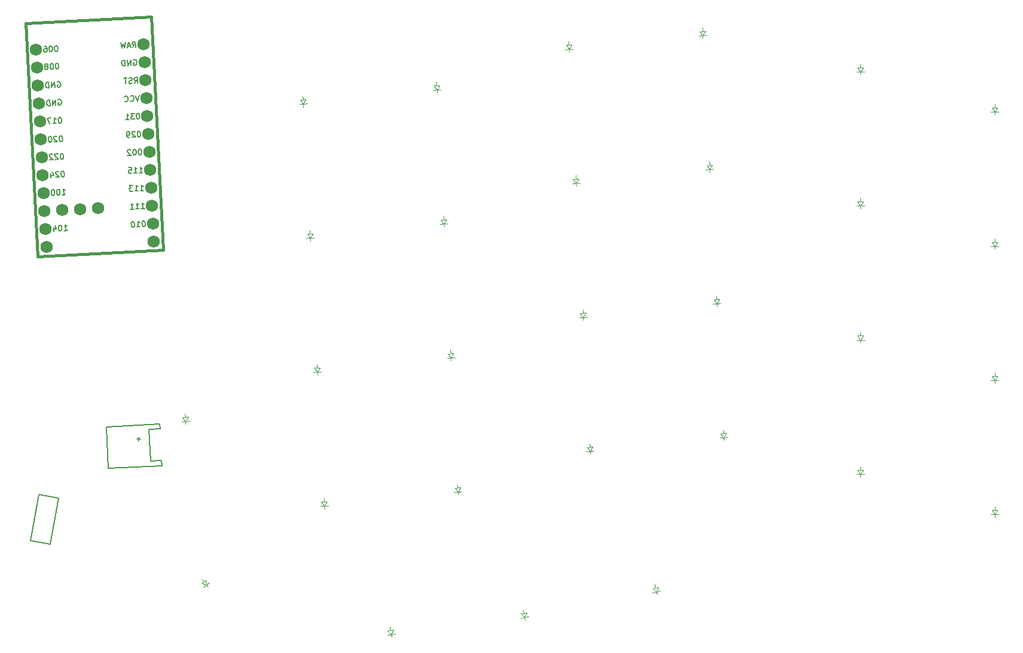
<source format=gbr>
%TF.GenerationSoftware,KiCad,Pcbnew,8.0.4*%
%TF.CreationDate,2024-09-16T15:21:11-06:00*%
%TF.ProjectId,right_board,72696768-745f-4626-9f61-72642e6b6963,v1.0.0*%
%TF.SameCoordinates,Original*%
%TF.FileFunction,Legend,Bot*%
%TF.FilePolarity,Positive*%
%FSLAX46Y46*%
G04 Gerber Fmt 4.6, Leading zero omitted, Abs format (unit mm)*
G04 Created by KiCad (PCBNEW 8.0.4) date 2024-09-16 15:21:11*
%MOMM*%
%LPD*%
G01*
G04 APERTURE LIST*
%ADD10C,0.150000*%
%ADD11C,0.100000*%
%ADD12C,0.381000*%
%ADD13C,1.752600*%
G04 APERTURE END LIST*
D10*
X148157088Y-119984339D02*
X148231181Y-119942308D01*
X148231181Y-119942308D02*
X148345310Y-119936327D01*
X148345310Y-119936327D02*
X148461433Y-119968389D01*
X148461433Y-119968389D02*
X148541506Y-120040487D01*
X148541506Y-120040487D02*
X148583537Y-120114580D01*
X148583537Y-120114580D02*
X148629555Y-120264758D01*
X148629555Y-120264758D02*
X148635536Y-120378887D01*
X148635536Y-120378887D02*
X148605468Y-120533053D01*
X148605468Y-120533053D02*
X148571412Y-120611133D01*
X148571412Y-120611133D02*
X148499314Y-120691206D01*
X148499314Y-120691206D02*
X148387179Y-120735230D01*
X148387179Y-120735230D02*
X148311093Y-120739218D01*
X148311093Y-120739218D02*
X148194970Y-120707156D01*
X148194970Y-120707156D02*
X148154933Y-120671107D01*
X148154933Y-120671107D02*
X148140977Y-120404806D01*
X148140977Y-120404806D02*
X148293149Y-120396831D01*
X147816533Y-120765137D02*
X147774664Y-119966233D01*
X147774664Y-119966233D02*
X147360017Y-120789062D01*
X147360017Y-120789062D02*
X147318148Y-119990158D01*
X146979587Y-120808999D02*
X146937718Y-120010096D01*
X146937718Y-120010096D02*
X146747503Y-120020064D01*
X146747503Y-120020064D02*
X146635367Y-120064089D01*
X146635367Y-120064089D02*
X146563269Y-120144162D01*
X146563269Y-120144162D02*
X146529213Y-120222242D01*
X146529213Y-120222242D02*
X146499145Y-120376408D01*
X146499145Y-120376408D02*
X146505127Y-120490537D01*
X146505127Y-120490537D02*
X146551145Y-120640715D01*
X146551145Y-120640715D02*
X146593175Y-120714808D01*
X146593175Y-120714808D02*
X146673249Y-120786906D01*
X146673249Y-120786906D02*
X146789372Y-120818968D01*
X146789372Y-120818968D02*
X146979587Y-120808999D01*
X148975326Y-138508808D02*
X149431842Y-138484883D01*
X149203584Y-138496845D02*
X149161715Y-137697942D01*
X149161715Y-137697942D02*
X149243783Y-137808083D01*
X149243783Y-137808083D02*
X149323856Y-137880182D01*
X149323856Y-137880182D02*
X149401936Y-137914237D01*
X148438897Y-137735823D02*
X148362811Y-137739810D01*
X148362811Y-137739810D02*
X148288719Y-137781841D01*
X148288719Y-137781841D02*
X148252670Y-137821878D01*
X148252670Y-137821878D02*
X148218614Y-137899957D01*
X148218614Y-137899957D02*
X148188546Y-138054123D01*
X148188546Y-138054123D02*
X148198515Y-138244339D01*
X148198515Y-138244339D02*
X148244533Y-138394517D01*
X148244533Y-138394517D02*
X148286564Y-138468609D01*
X148286564Y-138468609D02*
X148326600Y-138504658D01*
X148326600Y-138504658D02*
X148404680Y-138538714D01*
X148404680Y-138538714D02*
X148480766Y-138534726D01*
X148480766Y-138534726D02*
X148554859Y-138492696D01*
X148554859Y-138492696D02*
X148590908Y-138452659D01*
X148590908Y-138452659D02*
X148624963Y-138374579D01*
X148624963Y-138374579D02*
X148655031Y-138220414D01*
X148655031Y-138220414D02*
X148645063Y-138030198D01*
X148645063Y-138030198D02*
X148599045Y-137880020D01*
X148599045Y-137880020D02*
X148557014Y-137805928D01*
X148557014Y-137805928D02*
X148516977Y-137769878D01*
X148516977Y-137769878D02*
X148438897Y-137735823D01*
X147501778Y-138051968D02*
X147529690Y-138584570D01*
X147676043Y-137737655D02*
X147896164Y-138298332D01*
X147896164Y-138298332D02*
X147401605Y-138324250D01*
X148538754Y-125083257D02*
X148462668Y-125087244D01*
X148462668Y-125087244D02*
X148388576Y-125129275D01*
X148388576Y-125129275D02*
X148352527Y-125169312D01*
X148352527Y-125169312D02*
X148318471Y-125247391D01*
X148318471Y-125247391D02*
X148288403Y-125401557D01*
X148288403Y-125401557D02*
X148298372Y-125591772D01*
X148298372Y-125591772D02*
X148344390Y-125741951D01*
X148344390Y-125741951D02*
X148386420Y-125816043D01*
X148386420Y-125816043D02*
X148426457Y-125852092D01*
X148426457Y-125852092D02*
X148504537Y-125886148D01*
X148504537Y-125886148D02*
X148580623Y-125882160D01*
X148580623Y-125882160D02*
X148654715Y-125840130D01*
X148654715Y-125840130D02*
X148690765Y-125800093D01*
X148690765Y-125800093D02*
X148724820Y-125722013D01*
X148724820Y-125722013D02*
X148754888Y-125567847D01*
X148754888Y-125567847D02*
X148744919Y-125377632D01*
X148744919Y-125377632D02*
X148698901Y-125227454D01*
X148698901Y-125227454D02*
X148656871Y-125153362D01*
X148656871Y-125153362D02*
X148616834Y-125117312D01*
X148616834Y-125117312D02*
X148538754Y-125083257D01*
X147972096Y-125189249D02*
X147932059Y-125153200D01*
X147932059Y-125153200D02*
X147853980Y-125119144D01*
X147853980Y-125119144D02*
X147663764Y-125129113D01*
X147663764Y-125129113D02*
X147589672Y-125171144D01*
X147589672Y-125171144D02*
X147553623Y-125211180D01*
X147553623Y-125211180D02*
X147519567Y-125289260D01*
X147519567Y-125289260D02*
X147523555Y-125365346D01*
X147523555Y-125365346D02*
X147567579Y-125477482D01*
X147567579Y-125477482D02*
X148048020Y-125910073D01*
X148048020Y-125910073D02*
X147553461Y-125935992D01*
X147017033Y-125163007D02*
X146940947Y-125166994D01*
X146940947Y-125166994D02*
X146866854Y-125209025D01*
X146866854Y-125209025D02*
X146830805Y-125249062D01*
X146830805Y-125249062D02*
X146796749Y-125327142D01*
X146796749Y-125327142D02*
X146766681Y-125481307D01*
X146766681Y-125481307D02*
X146776650Y-125671523D01*
X146776650Y-125671523D02*
X146822668Y-125821701D01*
X146822668Y-125821701D02*
X146864699Y-125895793D01*
X146864699Y-125895793D02*
X146904736Y-125931842D01*
X146904736Y-125931842D02*
X146982815Y-125965898D01*
X146982815Y-125965898D02*
X147058901Y-125961911D01*
X147058901Y-125961911D02*
X147132994Y-125919880D01*
X147132994Y-125919880D02*
X147169043Y-125879843D01*
X147169043Y-125879843D02*
X147203098Y-125801763D01*
X147203098Y-125801763D02*
X147233167Y-125647598D01*
X147233167Y-125647598D02*
X147223198Y-125457382D01*
X147223198Y-125457382D02*
X147177180Y-125307204D01*
X147177180Y-125307204D02*
X147135149Y-125233112D01*
X147135149Y-125233112D02*
X147095112Y-125197062D01*
X147095112Y-125197062D02*
X147017033Y-125163007D01*
X148800958Y-130086391D02*
X148724872Y-130090378D01*
X148724872Y-130090378D02*
X148650780Y-130132409D01*
X148650780Y-130132409D02*
X148614731Y-130172446D01*
X148614731Y-130172446D02*
X148580675Y-130250525D01*
X148580675Y-130250525D02*
X148550607Y-130404691D01*
X148550607Y-130404691D02*
X148560576Y-130594906D01*
X148560576Y-130594906D02*
X148606594Y-130745085D01*
X148606594Y-130745085D02*
X148648624Y-130819177D01*
X148648624Y-130819177D02*
X148688661Y-130855226D01*
X148688661Y-130855226D02*
X148766741Y-130889282D01*
X148766741Y-130889282D02*
X148842827Y-130885294D01*
X148842827Y-130885294D02*
X148916919Y-130843264D01*
X148916919Y-130843264D02*
X148952969Y-130803227D01*
X148952969Y-130803227D02*
X148987024Y-130725147D01*
X148987024Y-130725147D02*
X149017092Y-130570981D01*
X149017092Y-130570981D02*
X149007123Y-130380766D01*
X149007123Y-130380766D02*
X148961105Y-130230588D01*
X148961105Y-130230588D02*
X148919075Y-130156496D01*
X148919075Y-130156496D02*
X148879038Y-130120446D01*
X148879038Y-130120446D02*
X148800958Y-130086391D01*
X148234300Y-130192383D02*
X148194263Y-130156334D01*
X148194263Y-130156334D02*
X148116184Y-130122278D01*
X148116184Y-130122278D02*
X147925968Y-130132247D01*
X147925968Y-130132247D02*
X147851876Y-130174278D01*
X147851876Y-130174278D02*
X147815827Y-130214314D01*
X147815827Y-130214314D02*
X147781771Y-130292394D01*
X147781771Y-130292394D02*
X147785759Y-130368480D01*
X147785759Y-130368480D02*
X147829783Y-130480616D01*
X147829783Y-130480616D02*
X148310224Y-130913207D01*
X148310224Y-130913207D02*
X147815665Y-130939126D01*
X147102978Y-130442411D02*
X147130890Y-130975013D01*
X147277243Y-130128098D02*
X147497364Y-130688775D01*
X147497364Y-130688775D02*
X147002805Y-130714693D01*
X159727228Y-126970283D02*
X159651142Y-126974270D01*
X159651142Y-126974270D02*
X159577050Y-127016301D01*
X159577050Y-127016301D02*
X159541001Y-127056338D01*
X159541001Y-127056338D02*
X159506945Y-127134417D01*
X159506945Y-127134417D02*
X159476877Y-127288583D01*
X159476877Y-127288583D02*
X159486846Y-127478798D01*
X159486846Y-127478798D02*
X159532864Y-127628977D01*
X159532864Y-127628977D02*
X159574894Y-127703069D01*
X159574894Y-127703069D02*
X159614931Y-127739118D01*
X159614931Y-127739118D02*
X159693011Y-127773174D01*
X159693011Y-127773174D02*
X159769097Y-127769186D01*
X159769097Y-127769186D02*
X159843189Y-127727156D01*
X159843189Y-127727156D02*
X159879239Y-127687119D01*
X159879239Y-127687119D02*
X159913294Y-127609039D01*
X159913294Y-127609039D02*
X159943362Y-127454873D01*
X159943362Y-127454873D02*
X159933393Y-127264658D01*
X159933393Y-127264658D02*
X159887375Y-127114480D01*
X159887375Y-127114480D02*
X159845345Y-127040388D01*
X159845345Y-127040388D02*
X159805308Y-127004338D01*
X159805308Y-127004338D02*
X159727228Y-126970283D01*
X158966367Y-127010158D02*
X158890281Y-127014145D01*
X158890281Y-127014145D02*
X158816189Y-127056176D01*
X158816189Y-127056176D02*
X158780140Y-127096213D01*
X158780140Y-127096213D02*
X158746084Y-127174292D01*
X158746084Y-127174292D02*
X158716016Y-127328458D01*
X158716016Y-127328458D02*
X158725985Y-127518674D01*
X158725985Y-127518674D02*
X158772003Y-127668852D01*
X158772003Y-127668852D02*
X158814034Y-127742944D01*
X158814034Y-127742944D02*
X158854070Y-127778993D01*
X158854070Y-127778993D02*
X158932150Y-127813049D01*
X158932150Y-127813049D02*
X159008236Y-127809061D01*
X159008236Y-127809061D02*
X159082329Y-127767031D01*
X159082329Y-127767031D02*
X159118378Y-127726994D01*
X159118378Y-127726994D02*
X159152433Y-127648914D01*
X159152433Y-127648914D02*
X159182501Y-127494749D01*
X159182501Y-127494749D02*
X159172533Y-127304533D01*
X159172533Y-127304533D02*
X159126515Y-127154355D01*
X159126515Y-127154355D02*
X159084484Y-127080263D01*
X159084484Y-127080263D02*
X159044447Y-127044213D01*
X159044447Y-127044213D02*
X158966367Y-127010158D01*
X158399709Y-127116150D02*
X158359672Y-127080101D01*
X158359672Y-127080101D02*
X158281593Y-127046045D01*
X158281593Y-127046045D02*
X158091378Y-127056014D01*
X158091378Y-127056014D02*
X158017285Y-127098045D01*
X158017285Y-127098045D02*
X157981236Y-127138081D01*
X157981236Y-127138081D02*
X157947180Y-127216161D01*
X157947180Y-127216161D02*
X157951168Y-127292247D01*
X157951168Y-127292247D02*
X157995192Y-127404383D01*
X157995192Y-127404383D02*
X158475634Y-127836974D01*
X158475634Y-127836974D02*
X157981074Y-127862893D01*
X159594295Y-124433764D02*
X159518209Y-124437751D01*
X159518209Y-124437751D02*
X159444117Y-124479782D01*
X159444117Y-124479782D02*
X159408068Y-124519819D01*
X159408068Y-124519819D02*
X159374012Y-124597898D01*
X159374012Y-124597898D02*
X159343944Y-124752064D01*
X159343944Y-124752064D02*
X159353913Y-124942279D01*
X159353913Y-124942279D02*
X159399931Y-125092458D01*
X159399931Y-125092458D02*
X159441961Y-125166550D01*
X159441961Y-125166550D02*
X159481998Y-125202599D01*
X159481998Y-125202599D02*
X159560078Y-125236655D01*
X159560078Y-125236655D02*
X159636164Y-125232667D01*
X159636164Y-125232667D02*
X159710256Y-125190637D01*
X159710256Y-125190637D02*
X159746306Y-125150600D01*
X159746306Y-125150600D02*
X159780361Y-125072520D01*
X159780361Y-125072520D02*
X159810429Y-124918354D01*
X159810429Y-124918354D02*
X159800460Y-124728139D01*
X159800460Y-124728139D02*
X159754442Y-124577961D01*
X159754442Y-124577961D02*
X159712412Y-124503869D01*
X159712412Y-124503869D02*
X159672375Y-124467819D01*
X159672375Y-124467819D02*
X159594295Y-124433764D01*
X159027637Y-124539756D02*
X158987600Y-124503707D01*
X158987600Y-124503707D02*
X158909521Y-124469651D01*
X158909521Y-124469651D02*
X158719305Y-124479620D01*
X158719305Y-124479620D02*
X158645213Y-124521651D01*
X158645213Y-124521651D02*
X158609164Y-124561687D01*
X158609164Y-124561687D02*
X158575108Y-124639767D01*
X158575108Y-124639767D02*
X158579096Y-124715853D01*
X158579096Y-124715853D02*
X158623120Y-124827989D01*
X158623120Y-124827989D02*
X159103561Y-125260580D01*
X159103561Y-125260580D02*
X158609002Y-125286499D01*
X158228571Y-125306436D02*
X158076399Y-125314411D01*
X158076399Y-125314411D02*
X157998320Y-125280356D01*
X157998320Y-125280356D02*
X157958283Y-125244306D01*
X157958283Y-125244306D02*
X157876215Y-125134165D01*
X157876215Y-125134165D02*
X157830197Y-124983987D01*
X157830197Y-124983987D02*
X157814247Y-124679642D01*
X157814247Y-124679642D02*
X157848303Y-124601562D01*
X157848303Y-124601562D02*
X157884352Y-124561526D01*
X157884352Y-124561526D02*
X157958445Y-124519495D01*
X157958445Y-124519495D02*
X158110617Y-124511520D01*
X158110617Y-124511520D02*
X158188696Y-124545576D01*
X158188696Y-124545576D02*
X158228733Y-124581625D01*
X158228733Y-124581625D02*
X158270764Y-124655717D01*
X158270764Y-124655717D02*
X158280733Y-124845932D01*
X158280733Y-124845932D02*
X158246677Y-124924012D01*
X158246677Y-124924012D02*
X158210628Y-124964049D01*
X158210628Y-124964049D02*
X158136535Y-125006080D01*
X158136535Y-125006080D02*
X157984363Y-125014055D01*
X157984363Y-125014055D02*
X157906283Y-124979999D01*
X157906283Y-124979999D02*
X157866247Y-124943950D01*
X157866247Y-124943950D02*
X157824216Y-124869857D01*
X148709459Y-133435770D02*
X149165975Y-133411845D01*
X148937717Y-133423807D02*
X148895848Y-132624904D01*
X148895848Y-132624904D02*
X148977916Y-132735045D01*
X148977916Y-132735045D02*
X149057989Y-132807144D01*
X149057989Y-132807144D02*
X149136069Y-132841199D01*
X148173030Y-132662785D02*
X148096944Y-132666772D01*
X148096944Y-132666772D02*
X148022852Y-132708803D01*
X148022852Y-132708803D02*
X147986803Y-132748840D01*
X147986803Y-132748840D02*
X147952747Y-132826919D01*
X147952747Y-132826919D02*
X147922679Y-132981085D01*
X147922679Y-132981085D02*
X147932648Y-133171301D01*
X147932648Y-133171301D02*
X147978666Y-133321479D01*
X147978666Y-133321479D02*
X148020697Y-133395571D01*
X148020697Y-133395571D02*
X148060733Y-133431620D01*
X148060733Y-133431620D02*
X148138813Y-133465676D01*
X148138813Y-133465676D02*
X148214899Y-133461688D01*
X148214899Y-133461688D02*
X148288992Y-133419658D01*
X148288992Y-133419658D02*
X148325041Y-133379621D01*
X148325041Y-133379621D02*
X148359096Y-133301541D01*
X148359096Y-133301541D02*
X148389164Y-133147376D01*
X148389164Y-133147376D02*
X148379196Y-132957160D01*
X148379196Y-132957160D02*
X148333178Y-132806982D01*
X148333178Y-132806982D02*
X148291147Y-132732890D01*
X148291147Y-132732890D02*
X148251110Y-132696840D01*
X148251110Y-132696840D02*
X148173030Y-132662785D01*
X147412170Y-132702660D02*
X147336084Y-132706647D01*
X147336084Y-132706647D02*
X147261991Y-132748678D01*
X147261991Y-132748678D02*
X147225942Y-132788715D01*
X147225942Y-132788715D02*
X147191886Y-132866795D01*
X147191886Y-132866795D02*
X147161818Y-133020960D01*
X147161818Y-133020960D02*
X147171787Y-133211176D01*
X147171787Y-133211176D02*
X147217805Y-133361354D01*
X147217805Y-133361354D02*
X147259836Y-133435446D01*
X147259836Y-133435446D02*
X147299873Y-133471495D01*
X147299873Y-133471495D02*
X147377952Y-133505551D01*
X147377952Y-133505551D02*
X147454038Y-133501564D01*
X147454038Y-133501564D02*
X147528131Y-133459533D01*
X147528131Y-133459533D02*
X147564180Y-133419496D01*
X147564180Y-133419496D02*
X147598235Y-133341416D01*
X147598235Y-133341416D02*
X147628304Y-133187251D01*
X147628304Y-133187251D02*
X147618335Y-132997035D01*
X147618335Y-132997035D02*
X147572317Y-132846857D01*
X147572317Y-132846857D02*
X147530286Y-132772765D01*
X147530286Y-132772765D02*
X147490249Y-132736715D01*
X147490249Y-132736715D02*
X147412170Y-132702660D01*
X158660829Y-112566354D02*
X158907192Y-112171967D01*
X159117345Y-112542429D02*
X159075476Y-111743525D01*
X159075476Y-111743525D02*
X158771132Y-111759475D01*
X158771132Y-111759475D02*
X158697040Y-111801506D01*
X158697040Y-111801506D02*
X158660990Y-111841543D01*
X158660990Y-111841543D02*
X158626935Y-111919622D01*
X158626935Y-111919622D02*
X158632916Y-112033751D01*
X158632916Y-112033751D02*
X158674947Y-112107844D01*
X158674947Y-112107844D02*
X158714983Y-112143893D01*
X158714983Y-112143893D02*
X158793063Y-112177949D01*
X158793063Y-112177949D02*
X159097407Y-112161999D01*
X158344522Y-112354046D02*
X157964091Y-112373983D01*
X158432570Y-112578316D02*
X158124400Y-111793369D01*
X158124400Y-111793369D02*
X157899968Y-112606229D01*
X157667884Y-111817294D02*
X157519538Y-112626166D01*
X157519538Y-112626166D02*
X157337460Y-112063496D01*
X157337460Y-112063496D02*
X157215194Y-112642116D01*
X157215194Y-112642116D02*
X156983110Y-111853181D01*
X147870424Y-112330758D02*
X147794338Y-112334745D01*
X147794338Y-112334745D02*
X147720246Y-112376776D01*
X147720246Y-112376776D02*
X147684197Y-112416813D01*
X147684197Y-112416813D02*
X147650141Y-112494892D01*
X147650141Y-112494892D02*
X147620073Y-112649058D01*
X147620073Y-112649058D02*
X147630042Y-112839273D01*
X147630042Y-112839273D02*
X147676060Y-112989452D01*
X147676060Y-112989452D02*
X147718090Y-113063544D01*
X147718090Y-113063544D02*
X147758127Y-113099593D01*
X147758127Y-113099593D02*
X147836207Y-113133649D01*
X147836207Y-113133649D02*
X147912293Y-113129661D01*
X147912293Y-113129661D02*
X147986385Y-113087631D01*
X147986385Y-113087631D02*
X148022435Y-113047594D01*
X148022435Y-113047594D02*
X148056490Y-112969514D01*
X148056490Y-112969514D02*
X148086558Y-112815348D01*
X148086558Y-112815348D02*
X148076589Y-112625133D01*
X148076589Y-112625133D02*
X148030571Y-112474955D01*
X148030571Y-112474955D02*
X147988541Y-112400863D01*
X147988541Y-112400863D02*
X147948504Y-112364813D01*
X147948504Y-112364813D02*
X147870424Y-112330758D01*
X147109563Y-112370633D02*
X147033477Y-112374620D01*
X147033477Y-112374620D02*
X146959385Y-112416651D01*
X146959385Y-112416651D02*
X146923336Y-112456688D01*
X146923336Y-112456688D02*
X146889280Y-112534767D01*
X146889280Y-112534767D02*
X146859212Y-112688933D01*
X146859212Y-112688933D02*
X146869181Y-112879149D01*
X146869181Y-112879149D02*
X146915199Y-113029327D01*
X146915199Y-113029327D02*
X146957230Y-113103419D01*
X146957230Y-113103419D02*
X146997266Y-113139468D01*
X146997266Y-113139468D02*
X147075346Y-113173524D01*
X147075346Y-113173524D02*
X147151432Y-113169536D01*
X147151432Y-113169536D02*
X147225525Y-113127506D01*
X147225525Y-113127506D02*
X147261574Y-113087469D01*
X147261574Y-113087469D02*
X147295629Y-113009389D01*
X147295629Y-113009389D02*
X147325697Y-112855224D01*
X147325697Y-112855224D02*
X147315729Y-112665008D01*
X147315729Y-112665008D02*
X147269711Y-112514830D01*
X147269711Y-112514830D02*
X147227680Y-112440738D01*
X147227680Y-112440738D02*
X147187643Y-112404688D01*
X147187643Y-112404688D02*
X147109563Y-112370633D01*
X146158487Y-112420477D02*
X146310660Y-112412502D01*
X146310660Y-112412502D02*
X146388739Y-112446557D01*
X146388739Y-112446557D02*
X146428776Y-112482606D01*
X146428776Y-112482606D02*
X146510843Y-112592748D01*
X146510843Y-112592748D02*
X146556862Y-112742926D01*
X146556862Y-112742926D02*
X146572812Y-113047271D01*
X146572812Y-113047271D02*
X146538756Y-113125350D01*
X146538756Y-113125350D02*
X146502707Y-113165387D01*
X146502707Y-113165387D02*
X146428614Y-113207418D01*
X146428614Y-113207418D02*
X146276442Y-113215393D01*
X146276442Y-113215393D02*
X146198362Y-113181337D01*
X146198362Y-113181337D02*
X146158326Y-113145288D01*
X146158326Y-113145288D02*
X146116295Y-113071196D01*
X146116295Y-113071196D02*
X146106326Y-112880981D01*
X146106326Y-112880981D02*
X146140382Y-112802901D01*
X146140382Y-112802901D02*
X146176431Y-112762864D01*
X146176431Y-112762864D02*
X146250524Y-112720833D01*
X146250524Y-112720833D02*
X146402696Y-112712858D01*
X146402696Y-112712858D02*
X146480775Y-112746914D01*
X146480775Y-112746914D02*
X146520812Y-112782963D01*
X146520812Y-112782963D02*
X146562843Y-112857055D01*
X158791929Y-114340019D02*
X158866022Y-114297988D01*
X158866022Y-114297988D02*
X158980151Y-114292007D01*
X158980151Y-114292007D02*
X159096274Y-114324069D01*
X159096274Y-114324069D02*
X159176347Y-114396167D01*
X159176347Y-114396167D02*
X159218378Y-114470260D01*
X159218378Y-114470260D02*
X159264396Y-114620438D01*
X159264396Y-114620438D02*
X159270377Y-114734567D01*
X159270377Y-114734567D02*
X159240309Y-114888733D01*
X159240309Y-114888733D02*
X159206253Y-114966813D01*
X159206253Y-114966813D02*
X159134155Y-115046886D01*
X159134155Y-115046886D02*
X159022020Y-115090910D01*
X159022020Y-115090910D02*
X158945934Y-115094898D01*
X158945934Y-115094898D02*
X158829811Y-115062836D01*
X158829811Y-115062836D02*
X158789774Y-115026787D01*
X158789774Y-115026787D02*
X158775818Y-114760486D01*
X158775818Y-114760486D02*
X158927990Y-114752511D01*
X158451374Y-115120817D02*
X158409505Y-114321913D01*
X158409505Y-114321913D02*
X157994858Y-115144742D01*
X157994858Y-115144742D02*
X157952989Y-114345838D01*
X157614428Y-115164679D02*
X157572559Y-114365776D01*
X157572559Y-114365776D02*
X157382344Y-114375744D01*
X157382344Y-114375744D02*
X157270208Y-114419769D01*
X157270208Y-114419769D02*
X157198110Y-114499842D01*
X157198110Y-114499842D02*
X157164054Y-114577922D01*
X157164054Y-114577922D02*
X157133986Y-114732088D01*
X157133986Y-114732088D02*
X157139968Y-114846217D01*
X157139968Y-114846217D02*
X157185986Y-114996395D01*
X157185986Y-114996395D02*
X157228016Y-115070488D01*
X157228016Y-115070488D02*
X157308090Y-115142586D01*
X157308090Y-115142586D02*
X157424213Y-115174648D01*
X157424213Y-115174648D02*
X157614428Y-115164679D01*
X159768663Y-132856181D02*
X160225179Y-132832256D01*
X159996921Y-132844218D02*
X159955052Y-132045315D01*
X159955052Y-132045315D02*
X160037120Y-132155456D01*
X160037120Y-132155456D02*
X160117193Y-132227555D01*
X160117193Y-132227555D02*
X160195273Y-132261610D01*
X159007802Y-132896056D02*
X159464318Y-132872131D01*
X159236060Y-132884093D02*
X159194191Y-132085190D01*
X159194191Y-132085190D02*
X159276259Y-132195331D01*
X159276259Y-132195331D02*
X159356332Y-132267430D01*
X159356332Y-132267430D02*
X159434412Y-132301485D01*
X158699632Y-132111108D02*
X158205072Y-132137027D01*
X158205072Y-132137027D02*
X158487324Y-132427415D01*
X158487324Y-132427415D02*
X158373195Y-132433396D01*
X158373195Y-132433396D02*
X158299102Y-132475427D01*
X158299102Y-132475427D02*
X158263053Y-132515464D01*
X158263053Y-132515464D02*
X158228997Y-132593544D01*
X158228997Y-132593544D02*
X158238966Y-132783759D01*
X158238966Y-132783759D02*
X158280997Y-132857851D01*
X158280997Y-132857851D02*
X158321033Y-132893900D01*
X158321033Y-132893900D02*
X158399113Y-132927956D01*
X158399113Y-132927956D02*
X158627371Y-132915993D01*
X158627371Y-132915993D02*
X158701464Y-132873963D01*
X158701464Y-132873963D02*
X158737513Y-132833926D01*
X159461361Y-121897245D02*
X159385275Y-121901232D01*
X159385275Y-121901232D02*
X159311183Y-121943263D01*
X159311183Y-121943263D02*
X159275134Y-121983300D01*
X159275134Y-121983300D02*
X159241078Y-122061379D01*
X159241078Y-122061379D02*
X159211010Y-122215545D01*
X159211010Y-122215545D02*
X159220979Y-122405760D01*
X159220979Y-122405760D02*
X159266997Y-122555939D01*
X159266997Y-122555939D02*
X159309027Y-122630031D01*
X159309027Y-122630031D02*
X159349064Y-122666080D01*
X159349064Y-122666080D02*
X159427144Y-122700136D01*
X159427144Y-122700136D02*
X159503230Y-122696148D01*
X159503230Y-122696148D02*
X159577322Y-122654118D01*
X159577322Y-122654118D02*
X159613372Y-122614081D01*
X159613372Y-122614081D02*
X159647427Y-122536001D01*
X159647427Y-122536001D02*
X159677495Y-122381835D01*
X159677495Y-122381835D02*
X159667526Y-122191620D01*
X159667526Y-122191620D02*
X159621508Y-122041442D01*
X159621508Y-122041442D02*
X159579478Y-121967350D01*
X159579478Y-121967350D02*
X159539441Y-121931300D01*
X159539441Y-121931300D02*
X159461361Y-121897245D01*
X158928759Y-121925157D02*
X158434199Y-121951076D01*
X158434199Y-121951076D02*
X158716450Y-122241464D01*
X158716450Y-122241464D02*
X158602321Y-122247445D01*
X158602321Y-122247445D02*
X158528229Y-122289476D01*
X158528229Y-122289476D02*
X158492180Y-122329513D01*
X158492180Y-122329513D02*
X158458124Y-122407592D01*
X158458124Y-122407592D02*
X158468093Y-122597808D01*
X158468093Y-122597808D02*
X158510124Y-122671900D01*
X158510124Y-122671900D02*
X158550160Y-122707949D01*
X158550160Y-122707949D02*
X158628240Y-122742005D01*
X158628240Y-122742005D02*
X158856498Y-122730042D01*
X158856498Y-122730042D02*
X158930591Y-122688012D01*
X158930591Y-122688012D02*
X158966640Y-122647975D01*
X157715207Y-122789855D02*
X158171724Y-122765930D01*
X157943465Y-122777892D02*
X157901597Y-121978989D01*
X157901597Y-121978989D02*
X157983664Y-122089130D01*
X157983664Y-122089130D02*
X158063737Y-122161229D01*
X158063737Y-122161229D02*
X158141817Y-122195284D01*
X147999694Y-114797372D02*
X147923608Y-114801359D01*
X147923608Y-114801359D02*
X147849516Y-114843390D01*
X147849516Y-114843390D02*
X147813467Y-114883427D01*
X147813467Y-114883427D02*
X147779411Y-114961506D01*
X147779411Y-114961506D02*
X147749343Y-115115672D01*
X147749343Y-115115672D02*
X147759312Y-115305887D01*
X147759312Y-115305887D02*
X147805330Y-115456066D01*
X147805330Y-115456066D02*
X147847360Y-115530158D01*
X147847360Y-115530158D02*
X147887397Y-115566207D01*
X147887397Y-115566207D02*
X147965477Y-115600263D01*
X147965477Y-115600263D02*
X148041563Y-115596275D01*
X148041563Y-115596275D02*
X148115655Y-115554245D01*
X148115655Y-115554245D02*
X148151705Y-115514208D01*
X148151705Y-115514208D02*
X148185760Y-115436128D01*
X148185760Y-115436128D02*
X148215828Y-115281962D01*
X148215828Y-115281962D02*
X148205859Y-115091747D01*
X148205859Y-115091747D02*
X148159841Y-114941569D01*
X148159841Y-114941569D02*
X148117811Y-114867477D01*
X148117811Y-114867477D02*
X148077774Y-114831427D01*
X148077774Y-114831427D02*
X147999694Y-114797372D01*
X147238833Y-114837247D02*
X147162747Y-114841234D01*
X147162747Y-114841234D02*
X147088655Y-114883265D01*
X147088655Y-114883265D02*
X147052606Y-114923302D01*
X147052606Y-114923302D02*
X147018550Y-115001381D01*
X147018550Y-115001381D02*
X146988482Y-115155547D01*
X146988482Y-115155547D02*
X146998451Y-115345763D01*
X146998451Y-115345763D02*
X147044469Y-115495941D01*
X147044469Y-115495941D02*
X147086500Y-115570033D01*
X147086500Y-115570033D02*
X147126536Y-115606082D01*
X147126536Y-115606082D02*
X147204616Y-115640138D01*
X147204616Y-115640138D02*
X147280702Y-115636150D01*
X147280702Y-115636150D02*
X147354795Y-115594120D01*
X147354795Y-115594120D02*
X147390844Y-115554083D01*
X147390844Y-115554083D02*
X147424899Y-115476003D01*
X147424899Y-115476003D02*
X147454967Y-115321838D01*
X147454967Y-115321838D02*
X147444999Y-115131622D01*
X147444999Y-115131622D02*
X147398981Y-114981444D01*
X147398981Y-114981444D02*
X147356950Y-114907352D01*
X147356950Y-114907352D02*
X147316913Y-114871302D01*
X147316913Y-114871302D02*
X147238833Y-114837247D01*
X146533959Y-115217515D02*
X146608052Y-115175485D01*
X146608052Y-115175485D02*
X146644101Y-115135448D01*
X146644101Y-115135448D02*
X146678157Y-115057368D01*
X146678157Y-115057368D02*
X146676163Y-115019325D01*
X146676163Y-115019325D02*
X146634132Y-114945233D01*
X146634132Y-114945233D02*
X146594095Y-114909184D01*
X146594095Y-114909184D02*
X146516016Y-114875128D01*
X146516016Y-114875128D02*
X146363844Y-114883103D01*
X146363844Y-114883103D02*
X146289751Y-114925134D01*
X146289751Y-114925134D02*
X146253702Y-114965170D01*
X146253702Y-114965170D02*
X146219646Y-115043250D01*
X146219646Y-115043250D02*
X146221640Y-115081293D01*
X146221640Y-115081293D02*
X146263671Y-115155386D01*
X146263671Y-115155386D02*
X146303707Y-115191435D01*
X146303707Y-115191435D02*
X146381787Y-115225490D01*
X146381787Y-115225490D02*
X146533959Y-115217515D01*
X146533959Y-115217515D02*
X146612039Y-115251571D01*
X146612039Y-115251571D02*
X146652076Y-115287620D01*
X146652076Y-115287620D02*
X146694107Y-115361713D01*
X146694107Y-115361713D02*
X146702082Y-115513885D01*
X146702082Y-115513885D02*
X146668026Y-115591964D01*
X146668026Y-115591964D02*
X146631977Y-115632001D01*
X146631977Y-115632001D02*
X146557884Y-115674032D01*
X146557884Y-115674032D02*
X146405712Y-115682007D01*
X146405712Y-115682007D02*
X146327632Y-115647951D01*
X146327632Y-115647951D02*
X146287596Y-115611902D01*
X146287596Y-115611902D02*
X146245565Y-115537810D01*
X146245565Y-115537810D02*
X146237590Y-115385638D01*
X146237590Y-115385638D02*
X146271646Y-115307558D01*
X146271646Y-115307558D02*
X146307695Y-115267521D01*
X146307695Y-115267521D02*
X146381787Y-115225490D01*
X148669594Y-127579831D02*
X148593508Y-127583818D01*
X148593508Y-127583818D02*
X148519416Y-127625849D01*
X148519416Y-127625849D02*
X148483367Y-127665886D01*
X148483367Y-127665886D02*
X148449311Y-127743965D01*
X148449311Y-127743965D02*
X148419243Y-127898131D01*
X148419243Y-127898131D02*
X148429212Y-128088346D01*
X148429212Y-128088346D02*
X148475230Y-128238525D01*
X148475230Y-128238525D02*
X148517260Y-128312617D01*
X148517260Y-128312617D02*
X148557297Y-128348666D01*
X148557297Y-128348666D02*
X148635377Y-128382722D01*
X148635377Y-128382722D02*
X148711463Y-128378734D01*
X148711463Y-128378734D02*
X148785555Y-128336704D01*
X148785555Y-128336704D02*
X148821605Y-128296667D01*
X148821605Y-128296667D02*
X148855660Y-128218587D01*
X148855660Y-128218587D02*
X148885728Y-128064421D01*
X148885728Y-128064421D02*
X148875759Y-127874206D01*
X148875759Y-127874206D02*
X148829741Y-127724028D01*
X148829741Y-127724028D02*
X148787711Y-127649936D01*
X148787711Y-127649936D02*
X148747674Y-127613886D01*
X148747674Y-127613886D02*
X148669594Y-127579831D01*
X148102936Y-127685823D02*
X148062899Y-127649774D01*
X148062899Y-127649774D02*
X147984820Y-127615718D01*
X147984820Y-127615718D02*
X147794604Y-127625687D01*
X147794604Y-127625687D02*
X147720512Y-127667718D01*
X147720512Y-127667718D02*
X147684463Y-127707754D01*
X147684463Y-127707754D02*
X147650407Y-127785834D01*
X147650407Y-127785834D02*
X147654395Y-127861920D01*
X147654395Y-127861920D02*
X147698419Y-127974056D01*
X147698419Y-127974056D02*
X148178860Y-128406647D01*
X148178860Y-128406647D02*
X147684301Y-128432566D01*
X147342075Y-127725698D02*
X147302038Y-127689649D01*
X147302038Y-127689649D02*
X147223959Y-127655593D01*
X147223959Y-127655593D02*
X147033744Y-127665562D01*
X147033744Y-127665562D02*
X146959651Y-127707593D01*
X146959651Y-127707593D02*
X146923602Y-127747629D01*
X146923602Y-127747629D02*
X146889546Y-127825709D01*
X146889546Y-127825709D02*
X146893534Y-127901795D01*
X146893534Y-127901795D02*
X146937558Y-128013931D01*
X146937558Y-128013931D02*
X147418000Y-128446522D01*
X147418000Y-128446522D02*
X146923440Y-128472441D01*
X159635729Y-130319662D02*
X160092245Y-130295737D01*
X159863987Y-130307699D02*
X159822118Y-129508796D01*
X159822118Y-129508796D02*
X159904186Y-129618937D01*
X159904186Y-129618937D02*
X159984259Y-129691036D01*
X159984259Y-129691036D02*
X160062339Y-129725091D01*
X158874868Y-130359537D02*
X159331384Y-130335612D01*
X159103126Y-130347574D02*
X159061257Y-129548671D01*
X159061257Y-129548671D02*
X159143325Y-129658812D01*
X159143325Y-129658812D02*
X159223398Y-129730911D01*
X159223398Y-129730911D02*
X159301478Y-129764966D01*
X158110181Y-129598514D02*
X158490612Y-129578577D01*
X158490612Y-129578577D02*
X158548592Y-129957013D01*
X158548592Y-129957013D02*
X158508555Y-129920964D01*
X158508555Y-129920964D02*
X158430476Y-129886909D01*
X158430476Y-129886909D02*
X158240261Y-129896877D01*
X158240261Y-129896877D02*
X158166168Y-129938908D01*
X158166168Y-129938908D02*
X158130119Y-129978945D01*
X158130119Y-129978945D02*
X158096063Y-130057025D01*
X158096063Y-130057025D02*
X158106032Y-130247240D01*
X158106032Y-130247240D02*
X158148063Y-130321332D01*
X158148063Y-130321332D02*
X158188099Y-130357381D01*
X158188099Y-130357381D02*
X158266179Y-130391437D01*
X158266179Y-130391437D02*
X158456394Y-130381468D01*
X158456394Y-130381468D02*
X158530487Y-130339437D01*
X158530487Y-130339437D02*
X158566536Y-130299401D01*
X148024154Y-117447820D02*
X148098247Y-117405789D01*
X148098247Y-117405789D02*
X148212376Y-117399808D01*
X148212376Y-117399808D02*
X148328499Y-117431870D01*
X148328499Y-117431870D02*
X148408572Y-117503968D01*
X148408572Y-117503968D02*
X148450603Y-117578061D01*
X148450603Y-117578061D02*
X148496621Y-117728239D01*
X148496621Y-117728239D02*
X148502602Y-117842368D01*
X148502602Y-117842368D02*
X148472534Y-117996534D01*
X148472534Y-117996534D02*
X148438478Y-118074614D01*
X148438478Y-118074614D02*
X148366380Y-118154687D01*
X148366380Y-118154687D02*
X148254245Y-118198711D01*
X148254245Y-118198711D02*
X148178159Y-118202699D01*
X148178159Y-118202699D02*
X148062036Y-118170637D01*
X148062036Y-118170637D02*
X148021999Y-118134588D01*
X148021999Y-118134588D02*
X148008043Y-117868287D01*
X148008043Y-117868287D02*
X148160215Y-117860312D01*
X147683599Y-118228618D02*
X147641730Y-117429714D01*
X147641730Y-117429714D02*
X147227083Y-118252543D01*
X147227083Y-118252543D02*
X147185214Y-117453639D01*
X146846653Y-118272480D02*
X146804784Y-117473577D01*
X146804784Y-117473577D02*
X146614569Y-117483545D01*
X146614569Y-117483545D02*
X146502433Y-117527570D01*
X146502433Y-117527570D02*
X146430335Y-117607643D01*
X146430335Y-117607643D02*
X146396279Y-117685723D01*
X146396279Y-117685723D02*
X146366211Y-117839889D01*
X146366211Y-117839889D02*
X146372193Y-117954018D01*
X146372193Y-117954018D02*
X146418211Y-118104196D01*
X146418211Y-118104196D02*
X146460241Y-118178289D01*
X146460241Y-118178289D02*
X146540315Y-118250387D01*
X146540315Y-118250387D02*
X146656438Y-118282449D01*
X146656438Y-118282449D02*
X146846653Y-118272480D01*
X160258961Y-137116359D02*
X160182875Y-137120346D01*
X160182875Y-137120346D02*
X160108783Y-137162377D01*
X160108783Y-137162377D02*
X160072734Y-137202414D01*
X160072734Y-137202414D02*
X160038678Y-137280493D01*
X160038678Y-137280493D02*
X160008610Y-137434659D01*
X160008610Y-137434659D02*
X160018579Y-137624874D01*
X160018579Y-137624874D02*
X160064597Y-137775053D01*
X160064597Y-137775053D02*
X160106627Y-137849145D01*
X160106627Y-137849145D02*
X160146664Y-137885194D01*
X160146664Y-137885194D02*
X160224744Y-137919250D01*
X160224744Y-137919250D02*
X160300830Y-137915262D01*
X160300830Y-137915262D02*
X160374922Y-137873232D01*
X160374922Y-137873232D02*
X160410972Y-137833195D01*
X160410972Y-137833195D02*
X160445027Y-137755115D01*
X160445027Y-137755115D02*
X160475095Y-137600949D01*
X160475095Y-137600949D02*
X160465126Y-137410734D01*
X160465126Y-137410734D02*
X160419108Y-137260556D01*
X160419108Y-137260556D02*
X160377078Y-137186464D01*
X160377078Y-137186464D02*
X160337041Y-137150414D01*
X160337041Y-137150414D02*
X160258961Y-137116359D01*
X159273668Y-137969094D02*
X159730184Y-137945169D01*
X159501926Y-137957131D02*
X159460057Y-137158228D01*
X159460057Y-137158228D02*
X159542125Y-137268369D01*
X159542125Y-137268369D02*
X159622198Y-137340468D01*
X159622198Y-137340468D02*
X159700278Y-137374523D01*
X158737240Y-137196109D02*
X158661154Y-137200096D01*
X158661154Y-137200096D02*
X158587061Y-137242127D01*
X158587061Y-137242127D02*
X158551012Y-137282164D01*
X158551012Y-137282164D02*
X158516956Y-137360244D01*
X158516956Y-137360244D02*
X158486888Y-137514409D01*
X158486888Y-137514409D02*
X158496857Y-137704625D01*
X158496857Y-137704625D02*
X158542875Y-137854803D01*
X158542875Y-137854803D02*
X158584906Y-137928895D01*
X158584906Y-137928895D02*
X158624943Y-137964944D01*
X158624943Y-137964944D02*
X158703022Y-137999000D01*
X158703022Y-137999000D02*
X158779108Y-137995013D01*
X158779108Y-137995013D02*
X158853201Y-137952982D01*
X158853201Y-137952982D02*
X158889250Y-137912945D01*
X158889250Y-137912945D02*
X158923305Y-137834865D01*
X158923305Y-137834865D02*
X158953374Y-137680700D01*
X158953374Y-137680700D02*
X158943405Y-137490484D01*
X158943405Y-137490484D02*
X158897387Y-137340306D01*
X158897387Y-137340306D02*
X158855356Y-137266214D01*
X158855356Y-137266214D02*
X158815319Y-137230164D01*
X158815319Y-137230164D02*
X158737240Y-137196109D01*
X158926694Y-117639392D02*
X159173058Y-117245006D01*
X159383210Y-117615467D02*
X159341342Y-116816563D01*
X159341342Y-116816563D02*
X159036997Y-116832513D01*
X159036997Y-116832513D02*
X158962905Y-116874544D01*
X158962905Y-116874544D02*
X158926856Y-116914581D01*
X158926856Y-116914581D02*
X158892800Y-116992661D01*
X158892800Y-116992661D02*
X158898782Y-117106790D01*
X158898782Y-117106790D02*
X158940812Y-117180882D01*
X158940812Y-117180882D02*
X158980849Y-117216931D01*
X158980849Y-117216931D02*
X159058929Y-117250987D01*
X159058929Y-117250987D02*
X159363273Y-117235037D01*
X158620356Y-117617299D02*
X158508221Y-117661323D01*
X158508221Y-117661323D02*
X158318006Y-117671292D01*
X158318006Y-117671292D02*
X158239926Y-117637237D01*
X158239926Y-117637237D02*
X158199889Y-117601187D01*
X158199889Y-117601187D02*
X158157859Y-117527095D01*
X158157859Y-117527095D02*
X158153871Y-117451009D01*
X158153871Y-117451009D02*
X158187927Y-117372929D01*
X158187927Y-117372929D02*
X158223976Y-117332892D01*
X158223976Y-117332892D02*
X158298068Y-117290862D01*
X158298068Y-117290862D02*
X158448247Y-117244844D01*
X158448247Y-117244844D02*
X158522339Y-117202813D01*
X158522339Y-117202813D02*
X158558388Y-117162776D01*
X158558388Y-117162776D02*
X158592444Y-117084697D01*
X158592444Y-117084697D02*
X158588456Y-117008611D01*
X158588456Y-117008611D02*
X158546426Y-116934518D01*
X158546426Y-116934518D02*
X158506389Y-116898469D01*
X158506389Y-116898469D02*
X158428309Y-116864413D01*
X158428309Y-116864413D02*
X158238094Y-116874382D01*
X158238094Y-116874382D02*
X158125959Y-116918407D01*
X157895706Y-116892326D02*
X157439190Y-116916251D01*
X157709317Y-117703192D02*
X157667448Y-116904289D01*
X159594729Y-119346770D02*
X159370297Y-120159629D01*
X159370297Y-120159629D02*
X159062127Y-119374682D01*
X158377191Y-120135381D02*
X158417228Y-120171430D01*
X158417228Y-120171430D02*
X158533351Y-120203492D01*
X158533351Y-120203492D02*
X158609437Y-120199504D01*
X158609437Y-120199504D02*
X158721572Y-120155480D01*
X158721572Y-120155480D02*
X158793671Y-120075407D01*
X158793671Y-120075407D02*
X158827726Y-119997327D01*
X158827726Y-119997327D02*
X158857794Y-119843161D01*
X158857794Y-119843161D02*
X158851813Y-119729032D01*
X158851813Y-119729032D02*
X158805795Y-119578853D01*
X158805795Y-119578853D02*
X158763764Y-119504761D01*
X158763764Y-119504761D02*
X158683691Y-119432663D01*
X158683691Y-119432663D02*
X158567568Y-119400601D01*
X158567568Y-119400601D02*
X158491482Y-119404588D01*
X158491482Y-119404588D02*
X158379347Y-119448613D01*
X158379347Y-119448613D02*
X158343297Y-119488649D01*
X157578287Y-120177250D02*
X157618324Y-120213299D01*
X157618324Y-120213299D02*
X157734447Y-120245361D01*
X157734447Y-120245361D02*
X157810533Y-120241373D01*
X157810533Y-120241373D02*
X157922668Y-120197349D01*
X157922668Y-120197349D02*
X157994767Y-120117275D01*
X157994767Y-120117275D02*
X158028823Y-120039196D01*
X158028823Y-120039196D02*
X158058891Y-119885030D01*
X158058891Y-119885030D02*
X158052909Y-119770901D01*
X158052909Y-119770901D02*
X158006891Y-119620722D01*
X158006891Y-119620722D02*
X157964861Y-119546630D01*
X157964861Y-119546630D02*
X157884787Y-119474531D01*
X157884787Y-119474531D02*
X157768664Y-119442470D01*
X157768664Y-119442470D02*
X157692578Y-119446457D01*
X157692578Y-119446457D02*
X157580443Y-119490481D01*
X157580443Y-119490481D02*
X157544394Y-119530518D01*
X159901596Y-135392700D02*
X160358112Y-135368775D01*
X160129854Y-135380737D02*
X160087985Y-134581834D01*
X160087985Y-134581834D02*
X160170053Y-134691975D01*
X160170053Y-134691975D02*
X160250126Y-134764074D01*
X160250126Y-134764074D02*
X160328206Y-134798129D01*
X159140735Y-135432575D02*
X159597251Y-135408650D01*
X159368993Y-135420612D02*
X159327124Y-134621709D01*
X159327124Y-134621709D02*
X159409192Y-134731850D01*
X159409192Y-134731850D02*
X159489265Y-134803949D01*
X159489265Y-134803949D02*
X159567345Y-134838004D01*
X158379874Y-135472450D02*
X158836391Y-135448525D01*
X158608132Y-135460487D02*
X158566264Y-134661584D01*
X158566264Y-134661584D02*
X158648331Y-134771725D01*
X158648331Y-134771725D02*
X158728404Y-134843824D01*
X158728404Y-134843824D02*
X158806484Y-134877879D01*
X148402681Y-122486820D02*
X148326595Y-122490807D01*
X148326595Y-122490807D02*
X148252503Y-122532838D01*
X148252503Y-122532838D02*
X148216454Y-122572875D01*
X148216454Y-122572875D02*
X148182398Y-122650954D01*
X148182398Y-122650954D02*
X148152330Y-122805120D01*
X148152330Y-122805120D02*
X148162299Y-122995335D01*
X148162299Y-122995335D02*
X148208317Y-123145514D01*
X148208317Y-123145514D02*
X148250347Y-123219606D01*
X148250347Y-123219606D02*
X148290384Y-123255655D01*
X148290384Y-123255655D02*
X148368464Y-123289711D01*
X148368464Y-123289711D02*
X148444550Y-123285723D01*
X148444550Y-123285723D02*
X148518642Y-123243693D01*
X148518642Y-123243693D02*
X148554692Y-123203656D01*
X148554692Y-123203656D02*
X148588747Y-123125576D01*
X148588747Y-123125576D02*
X148618815Y-122971410D01*
X148618815Y-122971410D02*
X148608846Y-122781195D01*
X148608846Y-122781195D02*
X148562828Y-122631017D01*
X148562828Y-122631017D02*
X148520798Y-122556925D01*
X148520798Y-122556925D02*
X148480761Y-122520875D01*
X148480761Y-122520875D02*
X148402681Y-122486820D01*
X147417388Y-123339555D02*
X147873904Y-123315630D01*
X147645646Y-123327592D02*
X147603777Y-122528689D01*
X147603777Y-122528689D02*
X147685845Y-122638830D01*
X147685845Y-122638830D02*
X147765918Y-122710929D01*
X147765918Y-122710929D02*
X147843998Y-122744984D01*
X147109218Y-122554607D02*
X146576615Y-122582520D01*
X146576615Y-122582520D02*
X146960871Y-123363480D01*
%TO.C,T1*%
X144239821Y-182407260D02*
X147046522Y-182902157D01*
X144812859Y-179157394D02*
X144239821Y-182407260D01*
X144812859Y-179157394D02*
X145385898Y-175907528D01*
X145151472Y-177237019D02*
X144474245Y-181077769D01*
X147046522Y-182902157D02*
X148192600Y-176402426D01*
X148192600Y-176402426D02*
X145385898Y-175907528D01*
D11*
%TO.C,D17*%
X204310652Y-174920387D02*
X205109556Y-174878518D01*
X204710104Y-174899453D02*
X204683936Y-174400138D01*
X204741506Y-175498630D02*
X204192259Y-175527415D01*
X204741506Y-175498630D02*
X204310652Y-174920387D01*
X204741506Y-175498630D02*
X205290752Y-175469846D01*
X204762440Y-175898082D02*
X204741506Y-175498630D01*
X205109556Y-174878518D02*
X204741506Y-175498630D01*
%TO.C,D10*%
X240965091Y-148250491D02*
X241763995Y-148208622D01*
X241364543Y-148229557D02*
X241338375Y-147730242D01*
X241395945Y-148828734D02*
X240846698Y-148857519D01*
X241395945Y-148828734D02*
X240965091Y-148250491D01*
X241395945Y-148828734D02*
X241945191Y-148799950D01*
X241416879Y-149228186D02*
X241395945Y-148828734D01*
X241763995Y-148208622D02*
X241395945Y-148828734D01*
%TO.C,D3*%
X280349798Y-140104160D02*
X281149798Y-140104160D01*
X280749798Y-140104160D02*
X280749798Y-139604160D01*
X280749798Y-140704160D02*
X280199798Y-140704160D01*
X280749798Y-140704160D02*
X280349798Y-140104160D01*
X280749798Y-140704160D02*
X281299798Y-140704160D01*
X280749798Y-141104160D02*
X280749798Y-140704160D01*
X281149798Y-140104160D02*
X280749798Y-140704160D01*
D12*
%TO.C,MCU1*%
X143546814Y-109180426D02*
X145274947Y-142155173D01*
X145274947Y-142155173D02*
X163030581Y-141224639D01*
X161302447Y-108249892D02*
X143546814Y-109180426D01*
X163030581Y-141224639D02*
X161302447Y-108249892D01*
D11*
%TO.C,D4*%
X280349798Y-121104160D02*
X281149798Y-121104160D01*
X280749798Y-121104160D02*
X280749798Y-120604160D01*
X280749798Y-121704160D02*
X280199798Y-121704160D01*
X280749798Y-121704160D02*
X280349798Y-121104160D01*
X280749798Y-121704160D02*
X281299798Y-121704160D01*
X280749798Y-122104160D02*
X280749798Y-121704160D01*
X281149798Y-121104160D02*
X280749798Y-121704160D01*
%TO.C,D20*%
X201327502Y-117998503D02*
X202126406Y-117956634D01*
X201726954Y-117977569D02*
X201700786Y-117478254D01*
X201758356Y-118576746D02*
X201209109Y-118605531D01*
X201758356Y-118576746D02*
X201327502Y-117998503D01*
X201758356Y-118576746D02*
X202307602Y-118547962D01*
X201779290Y-118976198D02*
X201758356Y-118576746D01*
X202126406Y-117956634D02*
X201758356Y-118576746D01*
%TO.C,D13*%
X223035363Y-169170031D02*
X223834267Y-169128162D01*
X223434815Y-169149097D02*
X223408647Y-168649782D01*
X223466217Y-169748274D02*
X222916970Y-169777059D01*
X223466217Y-169748274D02*
X223035363Y-169170031D01*
X223466217Y-169748274D02*
X224015463Y-169719490D01*
X223487151Y-170147726D02*
X223466217Y-169748274D01*
X223834267Y-169128162D02*
X223466217Y-169748274D01*
D10*
%TO.C,JST1*%
X154941436Y-166292348D02*
X155250218Y-172184262D01*
X155250218Y-172184262D02*
X162839803Y-171786509D01*
X159524240Y-167754506D02*
X159550408Y-168253821D01*
X159786982Y-167991079D02*
X159287667Y-168017247D01*
X160969849Y-166677373D02*
X162567656Y-166593635D01*
X161205362Y-171171205D02*
X160969849Y-166677373D01*
X162531021Y-165894594D02*
X154941436Y-166292348D01*
X162567656Y-166593635D02*
X162531021Y-165894594D01*
X162803168Y-171087468D02*
X161205362Y-171171205D01*
X162839803Y-171786509D02*
X162803168Y-171087468D01*
D11*
%TO.C,D25*%
X232331969Y-189131228D02*
X233117271Y-188978581D01*
X232724620Y-189054904D02*
X232629215Y-188564091D01*
X232839105Y-189643881D02*
X232299210Y-189748825D01*
X232839105Y-189643881D02*
X232331969Y-189131228D01*
X232839105Y-189643881D02*
X233379000Y-189538936D01*
X232915429Y-190036531D02*
X232839105Y-189643881D01*
X233117271Y-188978581D02*
X232839105Y-189643881D01*
%TO.C,D5*%
X261349798Y-172389160D02*
X262149798Y-172389160D01*
X261749798Y-172389160D02*
X261749798Y-171889160D01*
X261749798Y-172989160D02*
X261199798Y-172989160D01*
X261749798Y-172989160D02*
X261349798Y-172389160D01*
X261749798Y-172989160D02*
X262299798Y-172989160D01*
X261749798Y-173389160D02*
X261749798Y-172989160D01*
X262149798Y-172389160D02*
X261749798Y-172989160D01*
%TO.C,D29*%
X165734698Y-164925599D02*
X166533602Y-164883730D01*
X166134150Y-164904665D02*
X166107982Y-164405350D01*
X166165552Y-165503842D02*
X165616305Y-165532627D01*
X166165552Y-165503842D02*
X165734698Y-164925599D01*
X166165552Y-165503842D02*
X166714798Y-165475058D01*
X166186486Y-165903294D02*
X166165552Y-165503842D01*
X166533602Y-164883730D02*
X166165552Y-165503842D01*
%TO.C,D7*%
X261349798Y-134389160D02*
X262149798Y-134389160D01*
X261749798Y-134389160D02*
X261749798Y-133889160D01*
X261749798Y-134989160D02*
X261199798Y-134989160D01*
X261749798Y-134989160D02*
X261349798Y-134389160D01*
X261749798Y-134989160D02*
X262299798Y-134989160D01*
X261749798Y-135389160D02*
X261749798Y-134989160D01*
X262149798Y-134389160D02*
X261749798Y-134989160D01*
%TO.C,D19*%
X202321886Y-136972464D02*
X203120790Y-136930595D01*
X202721338Y-136951530D02*
X202695170Y-136452215D01*
X202752740Y-137550707D02*
X202203493Y-137579492D01*
X202752740Y-137550707D02*
X202321886Y-136972464D01*
X202752740Y-137550707D02*
X203301986Y-137521923D01*
X202773674Y-137950159D02*
X202752740Y-137550707D01*
X203120790Y-136930595D02*
X202752740Y-137550707D01*
%TO.C,D11*%
X239970708Y-129276530D02*
X240769612Y-129234661D01*
X240370160Y-129255596D02*
X240343992Y-128756281D01*
X240401562Y-129854773D02*
X239852315Y-129883558D01*
X240401562Y-129854773D02*
X239970708Y-129276530D01*
X240401562Y-129854773D02*
X240950808Y-129825989D01*
X240422496Y-130254225D02*
X240401562Y-129854773D01*
X240769612Y-129234661D02*
X240401562Y-129854773D01*
%TO.C,D12*%
X238976325Y-110302569D02*
X239775229Y-110260700D01*
X239375777Y-110281635D02*
X239349609Y-109782320D01*
X239407179Y-110880812D02*
X238857932Y-110909597D01*
X239407179Y-110880812D02*
X238976325Y-110302569D01*
X239407179Y-110880812D02*
X239956425Y-110852028D01*
X239428113Y-111280264D02*
X239407179Y-110880812D01*
X239775229Y-110260700D02*
X239407179Y-110880812D01*
%TO.C,D15*%
X221046597Y-131222108D02*
X221845501Y-131180239D01*
X221446049Y-131201174D02*
X221419881Y-130701859D01*
X221477451Y-131800351D02*
X220928204Y-131829136D01*
X221477451Y-131800351D02*
X221046597Y-131222108D01*
X221477451Y-131800351D02*
X222026697Y-131771567D01*
X221498385Y-132199803D02*
X221477451Y-131800351D01*
X221845501Y-131180239D02*
X221477451Y-131800351D01*
%TO.C,D1*%
X280349798Y-178104160D02*
X281149798Y-178104160D01*
X280749798Y-178104160D02*
X280749798Y-177604160D01*
X280749798Y-178704160D02*
X280199798Y-178704160D01*
X280749798Y-178704160D02*
X280349798Y-178104160D01*
X280749798Y-178704160D02*
X281299798Y-178704160D01*
X280749798Y-179104160D02*
X280749798Y-178704160D01*
X281149798Y-178104160D02*
X280749798Y-178704160D01*
%TO.C,D26*%
X213681053Y-192756599D02*
X214466355Y-192603952D01*
X214073704Y-192680275D02*
X213978299Y-192189462D01*
X214188189Y-193269252D02*
X213648294Y-193374196D01*
X214188189Y-193269252D02*
X213681053Y-192756599D01*
X214188189Y-193269252D02*
X214728084Y-193164307D01*
X214264513Y-193661902D02*
X214188189Y-193269252D01*
X214466355Y-192603952D02*
X214188189Y-193269252D01*
%TO.C,D9*%
X241959474Y-167224453D02*
X242758378Y-167182584D01*
X242358926Y-167203519D02*
X242332758Y-166704204D01*
X242390328Y-167802696D02*
X241841081Y-167831481D01*
X242390328Y-167802696D02*
X241959474Y-167224453D01*
X242390328Y-167802696D02*
X242939574Y-167773912D01*
X242411262Y-168202148D02*
X242390328Y-167802696D01*
X242758378Y-167182584D02*
X242390328Y-167802696D01*
%TO.C,D14*%
X222040980Y-150196069D02*
X222839884Y-150154200D01*
X222440432Y-150175135D02*
X222414264Y-149675820D01*
X222471834Y-150774312D02*
X221922587Y-150803097D01*
X222471834Y-150774312D02*
X222040980Y-150196069D01*
X222471834Y-150774312D02*
X223021080Y-150745528D01*
X222492768Y-151173764D02*
X222471834Y-150774312D01*
X222839884Y-150154200D02*
X222471834Y-150774312D01*
%TO.C,D18*%
X203316269Y-155946426D02*
X204115173Y-155904557D01*
X203715721Y-155925492D02*
X203689553Y-155426177D01*
X203747123Y-156524669D02*
X203197876Y-156553454D01*
X203747123Y-156524669D02*
X203316269Y-155946426D01*
X203747123Y-156524669D02*
X204296369Y-156495885D01*
X203768057Y-156924121D02*
X203747123Y-156524669D01*
X204115173Y-155904557D02*
X203747123Y-156524669D01*
%TO.C,D27*%
X194791625Y-195154936D02*
X195576927Y-195002289D01*
X195184276Y-195078612D02*
X195088871Y-194587799D01*
X195298761Y-195667589D02*
X194758866Y-195772533D01*
X195298761Y-195667589D02*
X194791625Y-195154936D01*
X195298761Y-195667589D02*
X195838656Y-195562644D01*
X195375085Y-196060239D02*
X195298761Y-195667589D01*
X195576927Y-195002289D02*
X195298761Y-195667589D01*
%TO.C,D2*%
X280349798Y-159104160D02*
X281149798Y-159104160D01*
X280749798Y-159104160D02*
X280749798Y-158604160D01*
X280749798Y-159704160D02*
X280199798Y-159704160D01*
X280749798Y-159704160D02*
X280349798Y-159104160D01*
X280749798Y-159704160D02*
X281299798Y-159704160D01*
X280749798Y-160104160D02*
X280749798Y-159704160D01*
X281149798Y-159104160D02*
X280749798Y-159704160D01*
%TO.C,D28*%
X168435020Y-188433905D02*
X169065429Y-187941376D01*
X168750225Y-188187640D02*
X168442394Y-187793635D01*
X169065429Y-187941376D02*
X169119622Y-188660447D01*
X169119622Y-188660447D02*
X168435020Y-188433905D01*
X169119622Y-188660447D02*
X168686216Y-188999061D01*
X169119622Y-188660447D02*
X169553027Y-188321833D01*
X169365886Y-188975651D02*
X169119622Y-188660447D01*
%TO.C,D8*%
X261349798Y-115389160D02*
X262149798Y-115389160D01*
X261749798Y-115389160D02*
X261749798Y-114889160D01*
X261749798Y-115989160D02*
X261199798Y-115989160D01*
X261749798Y-115989160D02*
X261349798Y-115389160D01*
X261749798Y-115989160D02*
X262299798Y-115989160D01*
X261749798Y-116389160D02*
X261749798Y-115989160D01*
X262149798Y-115389160D02*
X261749798Y-115989160D01*
%TO.C,D21*%
X185389027Y-176913400D02*
X186187931Y-176871531D01*
X185788479Y-176892466D02*
X185762311Y-176393151D01*
X185819881Y-177491643D02*
X185270634Y-177520428D01*
X185819881Y-177491643D02*
X185389027Y-176913400D01*
X185819881Y-177491643D02*
X186369127Y-177462859D01*
X185840815Y-177891095D02*
X185819881Y-177491643D01*
X186187931Y-176871531D02*
X185819881Y-177491643D01*
%TO.C,D23*%
X183400260Y-138965477D02*
X184199164Y-138923608D01*
X183799712Y-138944543D02*
X183773544Y-138445228D01*
X183831114Y-139543720D02*
X183281867Y-139572505D01*
X183831114Y-139543720D02*
X183400260Y-138965477D01*
X183831114Y-139543720D02*
X184380360Y-139514936D01*
X183852048Y-139943172D02*
X183831114Y-139543720D01*
X184199164Y-138923608D02*
X183831114Y-139543720D01*
%TO.C,D24*%
X182405877Y-119991516D02*
X183204781Y-119949647D01*
X182805329Y-119970582D02*
X182779161Y-119471267D01*
X182836731Y-120569759D02*
X182287484Y-120598544D01*
X182836731Y-120569759D02*
X182405877Y-119991516D01*
X182836731Y-120569759D02*
X183385977Y-120540975D01*
X182857665Y-120969211D02*
X182836731Y-120569759D01*
X183204781Y-119949647D02*
X182836731Y-120569759D01*
%TO.C,D6*%
X261349798Y-153389160D02*
X262149798Y-153389160D01*
X261749798Y-153389160D02*
X261749798Y-152889160D01*
X261749798Y-153989160D02*
X261199798Y-153989160D01*
X261749798Y-153989160D02*
X261349798Y-153389160D01*
X261749798Y-153989160D02*
X262299798Y-153989160D01*
X261749798Y-154389160D02*
X261749798Y-153989160D01*
X262149798Y-153389160D02*
X261749798Y-153989160D01*
%TO.C,D22*%
X184394644Y-157939438D02*
X185193548Y-157897569D01*
X184794096Y-157918504D02*
X184767928Y-157419189D01*
X184825498Y-158517681D02*
X184276251Y-158546466D01*
X184825498Y-158517681D02*
X184394644Y-157939438D01*
X184825498Y-158517681D02*
X185374744Y-158488897D01*
X184846432Y-158917133D02*
X184825498Y-158517681D01*
X185193548Y-157897569D02*
X184825498Y-158517681D01*
%TO.C,D16*%
X220052214Y-112248147D02*
X220851118Y-112206278D01*
X220451666Y-112227213D02*
X220425498Y-111727898D01*
X220483068Y-112826390D02*
X219933821Y-112855175D01*
X220483068Y-112826390D02*
X220052214Y-112248147D01*
X220483068Y-112826390D02*
X221032314Y-112797606D01*
X220504002Y-113225842D02*
X220483068Y-112826390D01*
X220851118Y-112206278D02*
X220483068Y-112826390D01*
%TD*%
D13*
%TO.C,MCU1*%
X145014474Y-112918737D03*
X145147407Y-115455256D03*
X145280340Y-117991775D03*
X145413274Y-120528294D03*
X145546207Y-123064813D03*
X145679140Y-125601332D03*
X145812074Y-128137851D03*
X145945007Y-130674371D03*
X146077940Y-133210890D03*
X146210874Y-135747409D03*
X146343807Y-138283928D03*
X146476740Y-140820447D03*
X161695854Y-140022847D03*
X161562921Y-137486328D03*
X161429988Y-134949809D03*
X161297054Y-132413290D03*
X161164121Y-129876771D03*
X161031188Y-127340252D03*
X160898254Y-124803733D03*
X160765321Y-122267213D03*
X160632388Y-119730694D03*
X160499454Y-117194175D03*
X160366521Y-114657656D03*
X160233588Y-112121137D03*
X148747393Y-135614475D03*
X151283912Y-135481542D03*
X153820431Y-135348609D03*
%TD*%
M02*

</source>
